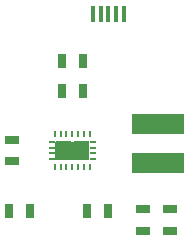
<source format=gtp>
G04 #@! TF.FileFunction,Paste,Top*
%FSLAX46Y46*%
G04 Gerber Fmt 4.6, Leading zero omitted, Abs format (unit mm)*
G04 Created by KiCad (PCBNEW 4.0.2-stable) date 6/15/2017 1:23:54 PM*
%MOMM*%
G01*
G04 APERTURE LIST*
%ADD10C,0.100000*%
%ADD11O,0.240000X0.600000*%
%ADD12R,2.850000X1.580000*%
%ADD13R,0.575000X0.200000*%
%ADD14R,1.200000X0.800000*%
%ADD15R,0.800000X1.200000*%
%ADD16R,0.400000X1.350000*%
%ADD17R,4.500000X1.800000*%
G04 APERTURE END LIST*
D10*
G36*
X152746300Y-85554100D02*
X152746300Y-84894100D01*
X151496300Y-84894100D01*
X151496300Y-85554100D01*
X152746300Y-85554100D01*
G37*
G36*
X151256300Y-85554100D02*
X151256300Y-84894100D01*
X150006300Y-84894100D01*
X150006300Y-85554100D01*
X151256300Y-85554100D01*
G37*
G36*
X151256300Y-86454100D02*
X151256300Y-85794100D01*
X150006300Y-85794100D01*
X150006300Y-86454100D01*
X151256300Y-86454100D01*
G37*
G36*
X152746300Y-86454100D02*
X152746300Y-85794100D01*
X151496300Y-85794100D01*
X151496300Y-86454100D01*
X152746300Y-86454100D01*
G37*
D11*
X149876300Y-87074100D03*
X150376300Y-87074100D03*
X150876300Y-87074100D03*
X151376300Y-87074100D03*
X151876300Y-87074100D03*
X152376300Y-87074100D03*
X152876300Y-87074100D03*
X152876300Y-84274100D03*
X152376300Y-84274100D03*
X151876300Y-84274100D03*
X151376300Y-84274100D03*
X150876300Y-84274100D03*
X150376300Y-84274100D03*
X149876300Y-84274100D03*
D12*
X151376300Y-85674100D03*
D13*
X149663800Y-84984100D03*
X149663800Y-86364100D03*
X149663800Y-85904100D03*
X149663800Y-85444100D03*
X153088800Y-85444100D03*
X153088800Y-84984100D03*
X153088800Y-85904100D03*
X153088800Y-86364100D03*
D14*
X159613600Y-90641600D03*
X159613600Y-92441600D03*
X157378400Y-90641600D03*
X157378400Y-92441600D03*
D15*
X147831300Y-90754100D03*
X146031300Y-90754100D03*
X154417600Y-90830400D03*
X152617600Y-90830400D03*
D14*
X146296300Y-84774100D03*
X146296300Y-86574100D03*
D15*
X150476300Y-78054100D03*
X152276300Y-78054100D03*
X150476300Y-80594100D03*
X152276300Y-80594100D03*
D16*
X155719300Y-74070200D03*
X155069300Y-74070200D03*
X154419300Y-74070200D03*
X153769300Y-74070200D03*
X153119300Y-74070200D03*
D17*
X158597600Y-83389200D03*
X158597600Y-86689200D03*
M02*

</source>
